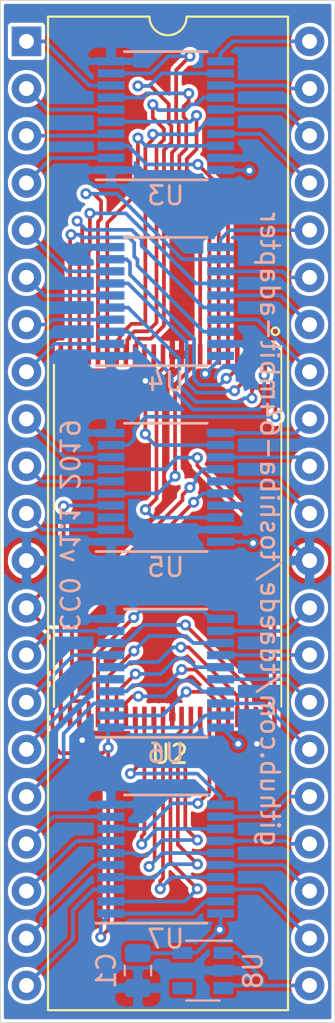
<source format=kicad_pcb>
(kicad_pcb (version 20211014) (generator pcbnew)
  (layers (0 "F.Cu" signal) (31 "B.Cu" signal) (34 "B.Paste" user) (35 "F.Paste" user) (36 "B.SilkS" user "B.Silkscreen") (37 "F.SilkS" user "F.Silkscreen") (38 "B.Mask" user) (39 "F.Mask" user) (44 "Edge.Cuts" user))
  (net 0 "")
  (net 1 "/A19")
  (net 2 "/D11")
  (net 3 "/A8")
  (net 4 "/D3")
  (net 5 "/A9")
  (net 6 "/D10")
  (net 7 "/A10")
  (net 8 "/D2")
  (net 9 "/A11")
  (net 10 "/D9")
  (net 11 "/A12")
  (net 12 "/D1")
  (net 13 "/A13")
  (net 14 "/D8")
  (net 15 "/A14")
  (net 16 "/D0")
  (net 17 "/A15")
  (net 18 "/A21")
  (net 19 "/A16")
  (net 20 "GND")
  (net 21 "/A20")
  (net 22 "/E")
  (net 23 "/A0")
  (net 24 "/D15")
  (net 25 "/A1")
  (net 26 "/D7")
  (net 27 "/A2")
  (net 28 "/D14")
  (net 29 "/A3")
  (net 30 "/D6")
  (net 31 "/A4")
  (net 32 "/D13")
  (net 33 "/A5")
  (net 34 "/D5")
  (net 35 "/A6")
  (net 36 "/D12")
  (net 37 "/A7")
  (net 38 "/D4")
  (net 39 "/A17")
  (net 40 "+5V")
  (net 41 "/A18")
  (net 42 "Net-(U5-Pad3)")
  (net 43 "+3V3")
  (net 44 "Net-(U8-Pad4)")
  (net 45 "/md11")
  (net 46 "/md3")
  (net 47 "/md4")
  (net 48 "/md10")
  (net 49 "/md12")
  (net 50 "/md2")
  (net 51 "/md5")
  (net 52 "/md9")
  (net 53 "/md13")
  (net 54 "/md1")
  (net 55 "/md6")
  (net 56 "/md8")
  (net 57 "/md14")
  (net 58 "/md0")
  (net 59 "/md7")
  (net 60 "/me")
  (net 61 "/md15")
  (net 62 "/ma0")
  (net 63 "/ma16")
  (net 64 "/ma1")
  (net 65 "/ma15")
  (net 66 "/ma2")
  (net 67 "/ma14")
  (net 68 "/ma3")
  (net 69 "/ma13")
  (net 70 "/ma4")
  (net 71 "/ma12")
  (net 72 "/ma5")
  (net 73 "/ma11")
  (net 74 "/ma6")
  (net 75 "/ma10")
  (net 76 "/ma7")
  (net 77 "/ma9")
  (net 78 "/ma17")
  (net 79 "/ma8")
  (net 80 "/ma18")
  (net 81 "/ma19")
  (net 82 "/ma21")
  (net 83 "/ma20")
  (net 84 "Net-(U2-Pad15)")
  (footprint "Package_SO:TSOP-I-48_18.4x12mm_P0.5mm" (layer "F.Cu") (at 118.6 87.6 -90)
    (fp_text reference "U2")
    (fp_text value "W29GL064C")
  )
  (footprint "Package_DIP:DIP-42_W15.24mm" (layer "F.Cu") (at 111 61)
    (fp_text reference "U1" hide)
    (fp_text value "TC5364205")
  )
  (footprint "Package_SO:TSSOP-20_4.4x6.5mm_P0.65mm" (layer "B.Cu") (at 118.5 65)
    (fp_text reference "U3")
    (fp_text value "74HCT244")
  )
  (footprint "Package_SO:TSSOP-20_4.4x6.5mm_P0.65mm" (layer "B.Cu") (at 118.5 75)
    (fp_text reference "U4")
    (fp_text value "74HCT244")
  )
  (footprint "Package_SO:TSSOP-20_4.4x6.5mm_P0.65mm" (layer "B.Cu") (at 118.5 95)
    (fp_text reference "U6")
    (fp_text value "74HCT244")
  )
  (footprint "Package_SO:TSSOP-20_4.4x6.5mm_P0.65mm" (layer "B.Cu") (at 118.5 105)
    (fp_text reference "U7")
    (fp_text value "74HCT244")
  )
  (footprint "Package_TO_SOT_SMD:SOT-23-5" (layer "B.Cu") (at 120.5 111 180)
    (fp_text reference "U8")
    (fp_text value "TPS73633DBV")
  )
  (footprint "Package_SO:TSSOP-20_4.4x6.5mm_P0.65mm" (layer "B.Cu") (at 118.5 85)
    (fp_text reference "U5")
    (fp_text value "74HCT244")
  )
  (footprint "Capacitor_SMD:C_0805_2012Metric" (layer "B.Cu") (at 117 111 90)
    (fp_text reference "C1")
    (fp_text value "0.1uF")
  )
  (gr_circle (center 124.4 76.6) (end 124.6 76.6) (layer "F.SilkS") (width 0.12) (fill none))
  (gr_line (start 109.6 113.8) (end 109.6 58.8) (layer "Edge.Cuts") (width 0.05))
  (gr_line (start 109.6 58.8) (end 127.6 58.8) (layer "Edge.Cuts") (width 0.05))
  (gr_line (start 127.6 113.8) (end 109.6 113.8) (layer "Edge.Cuts") (width 0.05))
  (gr_line (start 127.6 58.8) (end 127.6 113.8) (layer "Edge.Cuts") (width 0.05))
  (gr_text "github.com/tdaede/toshiba-64mbit-adapter" (at 124.1 87.25 270) (layer "B.SilkS") (effects (font (size 1 1)) (justify mirror)))
  (gr_text "CC0 v1.1 2019" (at 113.3 87.05 270) (layer "B.SilkS") (effects (font (size 1 1)) (justify mirror)))
  (segment (start 122.1 61) (end 121.45 61.65) (width 0.2) (layer "B.Cu") (net 1))
  (segment (start 126.24 61) (end 122.1 61) (width 0.2) (layer "B.Cu") (net 1))
  (segment (start 121.45 61.65) (end 121.45 62.075) (width 0.2) (layer "B.Cu") (net 1))
  (segment (start 113.5 109.3) (end 113.5 107.75) (width 0.2) (layer "B.Cu") (net 2))
  (segment (start 114.625 106.625) (end 115.55 106.625) (width 0.2) (layer "B.Cu") (net 2))
  (segment (start 111 111.8) (end 113.5 109.3) (width 0.2) (layer "B.Cu") (net 2))
  (segment (start 113.5 107.75) (end 114.625 106.625) (width 0.2) (layer "B.Cu") (net 2))
  (segment (start 126.24 63.54) (end 125.10863 63.54) (width 0.2) (layer "B.Cu") (net 3))
  (segment (start 124.94363 63.375) (end 122.375 63.375) (width 0.2) (layer "B.Cu") (net 3))
  (segment (start 125.10863 63.54) (end 124.94363 63.375) (width 0.2) (layer "B.Cu") (net 3))
  (segment (start 122.375 63.375) (end 121.45 63.375) (width 0.2) (layer "B.Cu") (net 3))
  (segment (start 111 109.26) (end 111.799999 108.460001) (width 0.2) (layer "B.Cu") (net 4))
  (segment (start 111.799999 108.150001) (end 114.625 105.325) (width 0.2) (layer "B.Cu") (net 4))
  (segment (start 114.625 105.325) (end 115.55 105.325) (width 0.2) (layer "B.Cu") (net 4))
  (segment (start 111.799999 108.460001) (end 111.799999 108.150001) (width 0.2) (layer "B.Cu") (net 4))
  (segment (start 126.24 66.08) (end 124.835 64.675) (width 0.2) (layer "B.Cu") (net 5))
  (segment (start 124.835 64.675) (end 121.45 64.675) (width 0.2) (layer "B.Cu") (net 5))
  (segment (start 111 106.72) (end 113.695 104.025) (width 0.2) (layer "B.Cu") (net 6))
  (segment (start 113.695 104.025) (end 115.55 104.025) (width 0.2) (layer "B.Cu") (net 6))
  (segment (start 123.595 65.975) (end 121.45 65.975) (width 0.2) (layer "B.Cu") (net 7))
  (segment (start 126.24 68.62) (end 123.595 65.975) (width 0.2) (layer "B.Cu") (net 7))
  (segment (start 112.455 102.725) (end 115.55 102.725) (width 0.2) (layer "B.Cu") (net 8))
  (segment (start 111 104.18) (end 112.455 102.725) (width 0.2) (layer "B.Cu") (net 8))
  (segment (start 121.94 71.16) (end 121.45 71.65) (width 0.2) (layer "B.Cu") (net 9))
  (segment (start 121.45 71.65) (end 121.45 72.075) (width 0.2) (layer "B.Cu") (net 9))
  (segment (start 126.24 71.16) (end 121.94 71.16) (width 0.2) (layer "B.Cu") (net 9))
  (segment (start 113 98.25) (end 114.625 96.625) (width 0.2) (layer "B.Cu") (net 10))
  (segment (start 113 99.64) (end 113 98.25) (width 0.2) (layer "B.Cu") (net 10))
  (segment (start 111 101.64) (end 113 99.64) (width 0.2) (layer "B.Cu") (net 10))
  (segment (start 114.625 96.625) (end 115.55 96.625) (width 0.2) (layer "B.Cu") (net 10))
  (segment (start 126.24 73.7) (end 125.10863 73.7) (width 0.2) (layer "B.Cu") (net 11))
  (segment (start 125.10863 73.7) (end 124.78363 73.375) (width 0.2) (layer "B.Cu") (net 11))
  (segment (start 122.375 73.375) (end 121.45 73.375) (width 0.2) (layer "B.Cu") (net 11))
  (segment (start 124.78363 73.375) (end 122.375 73.375) (width 0.2) (layer "B.Cu") (net 11))
  (segment (start 114.625 95.325) (end 115.55 95.325) (width 0.2) (layer "B.Cu") (net 12))
  (segment (start 111 99.1) (end 111 98.95) (width 0.2) (layer "B.Cu") (net 12))
  (segment (start 111 98.95) (end 114.625 95.325) (width 0.2) (layer "B.Cu") (net 12))
  (segment (start 126.24 76.24) (end 124.675 74.675) (width 0.2) (layer "B.Cu") (net 13))
  (segment (start 124.675 74.675) (end 121.45 74.675) (width 0.2) (layer "B.Cu") (net 13))
  (segment (start 113.535 94.025) (end 115.55 94.025) (width 0.2) (layer "B.Cu") (net 14))
  (segment (start 111 96.56) (end 113.535 94.025) (width 0.2) (layer "B.Cu") (net 14))
  (segment (start 126.24 78.78) (end 123.435 75.975) (width 0.2) (layer "B.Cu") (net 15))
  (segment (start 123.435 75.975) (end 121.45 75.975) (width 0.2) (layer "B.Cu") (net 15))
  (segment (start 111 94.02) (end 112.295 92.725) (width 0.2) (layer "B.Cu") (net 16))
  (segment (start 112.295 92.725) (end 115.55 92.725) (width 0.2) (layer "B.Cu") (net 16))
  (segment (start 121.45 82.075) (end 125.485 82.075) (width 0.2) (layer "B.Cu") (net 17))
  (segment (start 125.485 82.075) (end 126.24 81.32) (width 0.2) (layer "B.Cu") (net 17))
  (segment (start 111 86.4) (end 111.875 87.275) (width 0.2) (layer "B.Cu") (net 18))
  (segment (start 111.875 87.275) (end 115.55 87.275) (width 0.2) (layer "B.Cu") (net 18))
  (segment (start 125.755 83.375) (end 126.24 83.86) (width 0.2) (layer "B.Cu") (net 19))
  (segment (start 121.45 83.375) (end 125.755 83.375) (width 0.2) (layer "B.Cu") (net 19))
  (segment (start 123.35 97.35) (end 123.35 98.75) (width 0.2) (layer "F.Cu") (net 20))
  (segment (start 113.85 97.35) (end 113.85 98.45) (width 0.2) (layer "F.Cu") (net 20))
  (segment (start 113.85 98.45) (end 114 98.6) (width 0.2) (layer "F.Cu") (net 20))
  (segment (start 117.85 78.525726) (end 117.39999 78.975736) (width 0.2) (layer "F.Cu") (net 20))
  (segment (start 123.35 98.75) (end 123.4 98.8) (width 0.2) (layer "F.Cu") (net 20))
  (segment (start 117.39999 78.975736) (end 117.39999 79.267999) (width 0.2) (layer "F.Cu") (net 20))
  (segment (start 117.85 77.85) (end 117.85 78.525726) (width 0.2) (layer "F.Cu") (net 20))
  (via (at 123.4 98.8) (size 0.6) (drill 0.3) (layers "F.Cu" "B.Cu") (net 20))
  (via (at 117.39999 79.267999) (size 0.6) (drill 0.3) (layers "F.Cu" "B.Cu") (net 20))
  (via (at 114 98.6) (size 0.6) (drill 0.3) (layers "F.Cu" "B.Cu") (net 20))
  (segment (start 121.45 87.275) (end 124.575 87.275) (width 0.2) (layer "B.Cu") (net 20))
  (segment (start 124.575 87.275) (end 126.24 88.94) (width 0.2) (layer "B.Cu") (net 20))
  (segment (start 124.515 84.675) (end 126.24 86.4) (width 0.2) (layer "B.Cu") (net 21))
  (segment (start 121.45 84.675) (end 124.515 84.675) (width 0.2) (layer "B.Cu") (net 21))
  (segment (start 112.4 92.88) (end 111.799999 92.279999) (width 0.2) (layer "F.Cu") (net 22))
  (segment (start 113 86) (end 113 89.48) (width 0.2) (layer "F.Cu") (net 22))
  (segment (start 113 89.48) (end 111 91.48) (width 0.2) (layer "F.Cu") (net 22))
  (segment (start 111.799999 92.279999) (end 111 91.48) (width 0.2) (layer "F.Cu") (net 22))
  (segment (start 115.4 108.8) (end 115 109.2) (width 0.2) (layer "F.Cu") (net 22))
  (segment (start 112.4 98.871998) (end 112.4 92.88) (width 0.2) (layer "F.Cu") (net 22))
  (segment (start 115.4 99) (end 115.4 108.8) (width 0.2) (layer "F.Cu") (net 22))
  (segment (start 112.828001 99.299999) (end 112.4 98.871998) (width 0.2) (layer "F.Cu") (net 22))
  (segment (start 115.4 99) (end 115.100001 99.299999) (width 0.2) (layer "F.Cu") (net 22))
  (segment (start 115.100001 99.299999) (end 112.828001 99.299999) (width 0.2) (layer "F.Cu") (net 22))
  (via (at 115 109.2) (size 0.6) (drill 0.3) (layers "F.Cu" "B.Cu") (net 22))
  (via (at 113 86) (size 0.6) (drill 0.3) (layers "F.Cu" "B.Cu") (net 22))
  (via (at 115.4 99) (size 0.6) (drill 0.3) (layers "F.Cu" "B.Cu") (net 22))
  (segment (start 119.959998 107.925) (end 120.609998 107.275) (width 0.2) (layer "B.Cu") (net 22))
  (segment (start 115.55 97.925) (end 119.959998 97.925) (width 0.2) (layer "B.Cu") (net 22))
  (segment (start 115.4 99) (end 115.4 98.075) (width 0.2) (layer "B.Cu") (net 22))
  (segment (start 115 109.2) (end 115 108.475) (width 0.2) (layer "B.Cu") (net 22))
  (segment (start 120.609998 97.275) (end 121.45 97.275) (width 0.2) (layer "B.Cu") (net 22))
  (segment (start 119.959998 97.925) (end 120.609998 97.275) (width 0.2) (layer "B.Cu") (net 22))
  (segment (start 120.609998 107.275) (end 121.45 107.275) (width 0.2) (layer "B.Cu") (net 22))
  (segment (start 113.025 85.975) (end 113 86) (width 0.2) (layer "B.Cu") (net 22))
  (segment (start 115.55 107.925) (end 119.959998 107.925) (width 0.2) (layer "B.Cu") (net 22))
  (segment (start 115 108.475) (end 115.55 107.925) (width 0.2) (layer "B.Cu") (net 22))
  (segment (start 115.4 98.075) (end 115.55 97.925) (width 0.2) (layer "B.Cu") (net 22))
  (segment (start 115.55 85.975) (end 113.025 85.975) (width 0.2) (layer "B.Cu") (net 22))
  (segment (start 111 83.86) (end 111.815 84.675) (width 0.2) (layer "B.Cu") (net 23))
  (segment (start 111.815 84.675) (end 115.55 84.675) (width 0.2) (layer "B.Cu") (net 23))
  (segment (start 124.995 92.725) (end 121.45 92.725) (width 0.2) (layer "B.Cu") (net 24))
  (segment (start 126.24 91.48) (end 124.995 92.725) (width 0.2) (layer "B.Cu") (net 24))
  (segment (start 113.055 83.375) (end 115.55 83.375) (width 0.2) (layer "B.Cu") (net 25))
  (segment (start 111 81.32) (end 113.055 83.375) (width 0.2) (layer "B.Cu") (net 25))
  (segment (start 121.455 94.02) (end 121.45 94.025) (width 0.2) (layer "B.Cu") (net 26))
  (segment (start 126.24 94.02) (end 121.455 94.02) (width 0.2) (layer "B.Cu") (net 26))
  (segment (start 112.505 77.275) (end 115.55 77.275) (width 0.2) (layer "B.Cu") (net 27))
  (segment (start 111 78.78) (end 112.505 77.275) (width 0.2) (layer "B.Cu") (net 27))
  (segment (start 125.005 95.325) (end 121.45 95.325) (width 0.2) (layer "B.Cu") (net 28))
  (segment (start 126.24 96.56) (end 125.005 95.325) (width 0.2) (layer "B.Cu") (net 28))
  (segment (start 112.39637 75.975) (end 114.625 75.975) (width 0.2) (layer "B.Cu") (net 29))
  (segment (start 114.625 75.975) (end 115.55 75.975) (width 0.2) (layer "B.Cu") (net 29))
  (segment (start 112.13137 76.24) (end 112.39637 75.975) (width 0.2) (layer "B.Cu") (net 29))
  (segment (start 111 76.24) (end 112.13137 76.24) (width 0.2) (layer "B.Cu") (net 29))
  (segment (start 126.24 99.1) (end 123.765 96.625) (width 0.2) (layer "B.Cu") (net 30))
  (segment (start 123.765 96.625) (end 121.45 96.625) (width 0.2) (layer "B.Cu") (net 30))
  (segment (start 111 73.7) (end 111.975 74.675) (width 0.2) (layer "B.Cu") (net 31))
  (segment (start 111.975 74.675) (end 115.55 74.675) (width 0.2) (layer "B.Cu") (net 31))
  (segment (start 125.10863 101.64) (end 124.02363 102.725) (width 0.2) (layer "B.Cu") (net 32))
  (segment (start 122.375 102.725) (end 121.45 102.725) (width 0.2) (layer "B.Cu") (net 32))
  (segment (start 124.02363 102.725) (end 122.375 102.725) (width 0.2) (layer "B.Cu") (net 32))
  (segment (start 126.24 101.64) (end 125.10863 101.64) (width 0.2) (layer "B.Cu") (net 32))
  (segment (start 113.215 73.375) (end 115.55 73.375) (width 0.2) (layer "B.Cu") (net 33))
  (segment (start 111 71.16) (end 113.215 73.375) (width 0.2) (layer "B.Cu") (net 33))
  (segment (start 124.95363 104.025) (end 122.375 104.025) (width 0.2) (layer "B.Cu") (net 34))
  (segment (start 125.10863 104.18) (end 124.95363 104.025) (width 0.2) (layer "B.Cu") (net 34))
  (segment (start 126.24 104.18) (end 125.10863 104.18) (width 0.2) (layer "B.Cu") (net 34))
  (segment (start 122.375 104.025) (end 121.45 104.025) (width 0.2) (layer "B.Cu") (net 34))
  (segment (start 112.345 67.275) (end 115.55 67.275) (width 0.2) (layer "B.Cu") (net 35))
  (segment (start 111 68.62) (end 112.345 67.275) (width 0.2) (layer "B.Cu") (net 35))
  (segment (start 124.845 105.325) (end 121.45 105.325) (width 0.2) (layer "B.Cu") (net 36))
  (segment (start 126.24 106.72) (end 124.845 105.325) (width 0.2) (layer "B.Cu") (net 36))
  (segment (start 115.445 66.08) (end 115.55 65.975) (width 0.2) (layer "B.Cu") (net 37))
  (segment (start 111 66.08) (end 115.445 66.08) (width 0.2) (layer "B.Cu") (net 37))
  (segment (start 126.24 109.26) (end 123.605 106.625) (width 0.2) (layer "B.Cu") (net 38))
  (segment (start 123.605 106.625) (end 121.45 106.625) (width 0.2) (layer "B.Cu") (net 38))
  (segment (start 111 63.54) (end 112.135 64.675) (width 0.2) (layer "B.Cu") (net 39))
  (segment (start 112.135 64.675) (end 115.55 64.675) (width 0.2) (layer "B.Cu") (net 39))
  (segment (start 123.7 111.8) (end 123.7 111.42) (width 0.2) (layer "B.Cu") (net 40))
  (segment (start 126.24 111.8) (end 123.7 111.8) (width 0.2) (layer "B.Cu") (net 40))
  (segment (start 123.7 111.8) (end 121.75 111.8) (width 0.2) (layer "B.Cu") (net 40))
  (segment (start 121.75 111.8) (end 121.6 111.95) (width 0.2) (layer "B.Cu") (net 40))
  (segment (start 123.7 111.42) (end 122.33 110.05) (width 0.2) (layer "B.Cu") (net 40))
  (segment (start 122.33 110.05) (end 121.6 110.05) (width 0.2) (layer "B.Cu") (net 40))
  (segment (start 114.375 63.375) (end 114.625 63.375) (width 0.2) (layer "B.Cu") (net 41))
  (segment (start 112 61) (end 114.375 63.375) (width 0.2) (layer "B.Cu") (net 41))
  (segment (start 111 61) (end 112 61) (width 0.2) (layer "B.Cu") (net 41))
  (segment (start 114.625 63.375) (end 115.55 63.375) (width 0.2) (layer "B.Cu") (net 41))
  (via (at 123 67.95) (size 0.6) (drill 0.3) (layers "F.Cu" "B.Cu") (net 43))
  (via (at 120.621612 78.889196) (size 0.6) (drill 0.3) (layers "F.Cu" "B.Cu") (net 43))
  (via (at 122.4 98.8) (size 0.6) (drill 0.3) (layers "F.Cu" "B.Cu") (net 43))
  (via (at 121.4 108.8) (size 0.6) (drill 0.3) (layers "F.Cu" "B.Cu") (net 43))
  (via (at 123.2 88) (size 0.6) (drill 0.3) (layers "F.Cu" "B.Cu") (net 43))
  (segment (start 121.525 97.925) (end 122.4 98.8) (width 0.2) (layer "B.Cu") (net 43))
  (segment (start 121.45 67.925) (end 122.975 67.925) (width 0.2) (layer "B.Cu") (net 43))
  (segment (start 121.45 87.925) (end 123.125 87.925) (width 0.2) (layer "B.Cu") (net 43))
  (segment (start 122.975 67.925) (end 123 67.95) (width 0.2) (layer "B.Cu") (net 43))
  (segment (start 121.45 108.75) (end 121.4 108.8) (width 0.2) (layer "B.Cu") (net 43))
  (segment (start 120.13 110.05) (end 121.45 108.73) (width 0.2) (layer "B.Cu") (net 43))
  (segment (start 121.45 108.73) (end 121.45 108.35) (width 0.2) (layer "B.Cu") (net 43))
  (segment (start 119.3875 110.0625) (end 119.4 110.05) (width 0.2) (layer "B.Cu") (net 43))
  (segment (start 121.45 108.73) (end 121.45 108.75) (width 0.2) (layer "B.Cu") (net 43))
  (segment (start 117 110.0625) (end 119.3875 110.0625) (width 0.2) (layer "B.Cu") (net 43))
  (segment (start 121.45 77.925) (end 121.45 78.060808) (width 0.2) (layer "B.Cu") (net 43))
  (segment (start 121.45 78.060808) (end 120.621612 78.889196) (width 0.2) (layer "B.Cu") (net 43))
  (segment (start 119.4 110.05) (end 120.13 110.05) (width 0.2) (layer "B.Cu") (net 43))
  (segment (start 121.45 108.35) (end 121.45 107.925) (width 0.2) (layer "B.Cu") (net 43))
  (segment (start 121.45 97.925) (end 121.525 97.925) (width 0.2) (layer "B.Cu") (net 43))
  (segment (start 123.125 87.925) (end 123.2 88) (width 0.2) (layer "B.Cu") (net 43))
  (segment (start 118.35 106.025736) (end 118.35 98.1) (width 0.2) (layer "F.Cu") (net 45))
  (segment (start 118.2 106.175736) (end 118.35 106.025736) (width 0.2) (layer "F.Cu") (net 45))
  (segment (start 118.35 98.1) (end 118.35 97.35) (width 0.2) (layer "F.Cu") (net 45))
  (segment (start 118.2 106.6) (end 118.2 106.175736) (width 0.2) (layer "F.Cu") (net 45))
  (via (at 118.2 106.6) (size 0.6) (drill 0.3) (layers "F.Cu" "B.Cu") (net 45))
  (segment (start 121.45 105.975) (end 118.825 105.975) (width 0.2) (layer "B.Cu") (net 45))
  (segment (start 118.825 105.975) (end 118.2 106.6) (width 0.2) (layer "B.Cu") (net 45))
  (segment (start 117.899999 105.100001) (end 117.899999 97.399999) (width 0.2) (layer "F.Cu") (net 46))
  (segment (start 117.899999 97.399999) (end 117.85 97.35) (width 0.2) (layer "F.Cu") (net 46))
  (segment (start 117.6 105.4) (end 117.899999 105.100001) (width 0.2) (layer "F.Cu") (net 46))
  (via (at 117.6 105.4) (size 0.6) (drill 0.3) (layers "F.Cu" "B.Cu") (net 46))
  (segment (start 121.45 104.675) (end 118.325 104.675) (width 0.2) (layer "B.Cu") (net 46))
  (segment (start 118.325 104.675) (end 117.6 105.4) (width 0.2) (layer "B.Cu") (net 46))
  (segment (start 119.35 97.35) (end 119.35 98.065002) (width 0.2) (layer "F.Cu") (net 47))
  (segment (start 119.35 98.065002) (end 118.750011 98.664991) (width 0.2) (layer "F.Cu") (net 47))
  (segment (start 118.750011 98.664991) (end 118.750011 105.150011) (width 0.2) (layer "F.Cu") (net 47))
  (segment (start 119.900001 106.300001) (end 120.2 106.6) (width 0.2) (layer "F.Cu") (net 47))
  (segment (start 118.750011 105.150011) (end 119.900001 106.300001) (width 0.2) (layer "F.Cu") (net 47))
  (via (at 120.2 106.6) (size 0.6) (drill 0.3) (layers "F.Cu" "B.Cu") (net 47))
  (segment (start 115.55 107.275) (end 119.525 107.275) (width 0.2) (layer "B.Cu") (net 47))
  (segment (start 119.900001 106.899999) (end 120.2 106.6) (width 0.2) (layer "B.Cu") (net 47))
  (segment (start 119.525 107.275) (end 119.900001 106.899999) (width 0.2) (layer "B.Cu") (net 47))
  (segment (start 117.35 98.1) (end 117.35 97.35) (width 0.2) (layer "F.Cu") (net 48))
  (segment (start 117.2 103.775736) (end 117.35 103.625736) (width 0.2) (layer "F.Cu") (net 48))
  (segment (start 117.2 104.2) (end 117.2 103.775736) (width 0.2) (layer "F.Cu") (net 48))
  (segment (start 117.35 103.625736) (end 117.35 98.1) (width 0.2) (layer "F.Cu") (net 48))
  (via (at 117.2 104.2) (size 0.6) (drill 0.3) (layers "F.Cu" "B.Cu") (net 48))
  (segment (start 121.45 103.375) (end 118.025 103.375) (width 0.2) (layer "B.Cu") (net 48))
  (segment (start 118.025 103.375) (end 117.2 104.2) (width 0.2) (layer "B.Cu") (net 48))
  (segment (start 119.85 98.130702) (end 119.150022 98.83068) (width 0.2) (layer "F.Cu") (net 49))
  (segment (start 119.85 97.35) (end 119.85 98.130702) (width 0.2) (layer "F.Cu") (net 49))
  (segment (start 119.150022 104.225042) (end 119.899991 104.975011) (width 0.2) (layer "F.Cu") (net 49))
  (segment (start 119.899991 104.975011) (end 120.19999 105.27501) (width 0.2) (layer "F.Cu") (net 49))
  (segment (start 119.150022 98.83068) (end 119.150022 104.225042) (width 0.2) (layer "F.Cu") (net 49))
  (via (at 120.19999 105.27501) (size 0.6) (drill 0.3) (layers "F.Cu" "B.Cu") (net 49))
  (segment (start 116.500002 106.000002) (end 117.888002 106.000002) (width 0.2) (layer "B.Cu") (net 49))
  (segment (start 118.612994 105.27501) (end 119.775726 105.27501) (width 0.2) (layer "B.Cu") (net 49))
  (segment (start 119.775726 105.27501) (end 120.19999 105.27501) (width 0.2) (layer "B.Cu") (net 49))
  (segment (start 116.475 105.975) (end 116.500002 106.000002) (width 0.2) (layer "B.Cu") (net 49))
  (segment (start 117.888002 106.000002) (end 118.612994 105.27501) (width 0.2) (layer "B.Cu") (net 49))
  (segment (start 115.55 105.975) (end 116.475 105.975) (width 0.2) (layer "B.Cu") (net 49))
  (segment (start 116.899999 100.100001) (end 116.899999 97.399999) (width 0.2) (layer "F.Cu") (net 50))
  (segment (start 116.899999 97.399999) (end 116.85 97.35) (width 0.2) (layer "F.Cu") (net 50))
  (segment (start 116.6 100.4) (end 116.899999 100.100001) (width 0.2) (layer "F.Cu") (net 50))
  (via (at 116.6 100.4) (size 0.6) (drill 0.3) (layers "F.Cu" "B.Cu") (net 50))
  (segment (start 120.2 100.4) (end 116.6 100.4) (width 0.2) (layer "B.Cu") (net 50))
  (segment (start 121.45 102.075) (end 121.45 101.65) (width 0.2) (layer "B.Cu") (net 50))
  (segment (start 121.45 101.65) (end 120.2 100.4) (width 0.2) (layer "B.Cu") (net 50))
  (segment (start 119.550033 98.996369) (end 119.550033 103.325043) (width 0.2) (layer "F.Cu") (net 51))
  (segment (start 120.35 98.196402) (end 119.550033 98.996369) (width 0.2) (layer "F.Cu") (net 51))
  (segment (start 119.900001 103.675011) (end 120.2 103.97501) (width 0.2) (layer "F.Cu") (net 51))
  (segment (start 119.550033 103.325043) (end 119.900001 103.675011) (width 0.2) (layer "F.Cu") (net 51))
  (segment (start 120.35 97.35) (end 120.35 98.196402) (width 0.2) (layer "F.Cu") (net 51))
  (via (at 120.2 103.97501) (size 0.6) (drill 0.3) (layers "F.Cu" "B.Cu") (net 51))
  (segment (start 119.775736 103.97501) (end 120.2 103.97501) (width 0.2) (layer "B.Cu") (net 51))
  (segment (start 117.488002 104.800002) (end 118.312994 103.97501) (width 0.2) (layer "B.Cu") (net 51))
  (segment (start 115.55 104.675) (end 116.786996 104.675) (width 0.2) (layer "B.Cu") (net 51))
  (segment (start 118.312994 103.97501) (end 119.775736 103.97501) (width 0.2) (layer "B.Cu") (net 51))
  (segment (start 116.911998 104.800002) (end 117.488002 104.800002) (width 0.2) (layer "B.Cu") (net 51))
  (segment (start 116.786996 104.675) (end 116.911998 104.800002) (width 0.2) (layer "B.Cu") (net 51))
  (segment (start 116.710804 96.239196) (end 117.018407 96.239196) (width 0.2) (layer "F.Cu") (net 52))
  (segment (start 116.35 97.35) (end 116.35 96.6) (width 0.2) (layer "F.Cu") (net 52))
  (segment (start 116.35 96.6) (end 116.710804 96.239196) (width 0.2) (layer "F.Cu") (net 52))
  (via (at 117.018407 96.239196) (size 0.6) (drill 0.3) (layers "F.Cu" "B.Cu") (net 52))
  (segment (start 119.888002 95.39997) (end 119.311998 95.39997) (width 0.2) (layer "B.Cu") (net 52))
  (segment (start 118.472772 96.239196) (end 117.442671 96.239196) (width 0.2) (layer "B.Cu") (net 52))
  (segment (start 119.311998 95.39997) (end 118.472772 96.239196) (width 0.2) (layer "B.Cu") (net 52))
  (segment (start 121.45 95.975) (end 120.463032 95.975) (width 0.2) (layer "B.Cu") (net 52))
  (segment (start 120.463032 95.975) (end 119.888002 95.39997) (width 0.2) (layer "B.Cu") (net 52))
  (segment (start 117.442671 96.239196) (end 117.018407 96.239196) (width 0.2) (layer "B.Cu") (net 52))
  (segment (start 120.524965 101.700001) (end 120.224966 102) (width 0.2) (layer "F.Cu") (net 53))
  (segment (start 120.85 97.35) (end 120.85 101.374966) (width 0.2) (layer "F.Cu") (net 53))
  (segment (start 120.85 101.374966) (end 120.524965 101.700001) (width 0.2) (layer "F.Cu") (net 53))
  (via (at 120.224966 102) (size 0.6) (drill 0.3) (layers "F.Cu" "B.Cu") (net 53))
  (segment (start 119.800702 102) (end 120.224966 102) (width 0.2) (layer "B.Cu") (net 53))
  (segment (start 115.55 103.375) (end 117.4593 103.375) (width 0.2) (layer "B.Cu") (net 53))
  (segment (start 118.8343 102) (end 119.800702 102) (width 0.2) (layer "B.Cu") (net 53))
  (segment (start 117.4593 103.375) (end 118.8343 102) (width 0.2) (layer "B.Cu") (net 53))
  (segment (start 115.85 97.35) (end 115.85 96.051622) (width 0.2) (layer "F.Cu") (net 54))
  (segment (start 115.85 96.051622) (end 116.562439 95.339183) (width 0.2) (layer "F.Cu") (net 54))
  (segment (start 116.562439 95.339183) (end 116.862438 95.039184) (width 0.2) (layer "F.Cu") (net 54))
  (via (at 116.862438 95.039184) (size 0.6) (drill 0.3) (layers "F.Cu" "B.Cu") (net 54))
  (segment (start 119.068492 94.199962) (end 118.22927 95.039184) (width 0.2) (layer "B.Cu") (net 54))
  (segment (start 120.119534 94.675) (end 119.644496 94.199962) (width 0.2) (layer "B.Cu") (net 54))
  (segment (start 118.22927 95.039184) (end 117.286702 95.039184) (width 0.2) (layer "B.Cu") (net 54))
  (segment (start 119.644496 94.199962) (end 119.068492 94.199962) (width 0.2) (layer "B.Cu") (net 54))
  (segment (start 121.45 94.675) (end 120.119534 94.675) (width 0.2) (layer "B.Cu") (net 54))
  (segment (start 117.286702 95.039184) (end 116.862438 95.039184) (width 0.2) (layer "B.Cu") (net 54))
  (segment (start 120.024264 96.000034) (end 119.6 96.000034) (width 0.2) (layer "F.Cu") (net 55))
  (segment (start 120.715036 96.000034) (end 120.024264 96.000034) (width 0.2) (layer "F.Cu") (net 55))
  (segment (start 121.35 97.35) (end 121.35 96.634998) (width 0.2) (layer "F.Cu") (net 55))
  (segment (start 121.35 96.634998) (end 120.715036 96.000034) (width 0.2) (layer "F.Cu") (net 55))
  (via (at 119.6 96.000034) (size 0.6) (drill 0.3) (layers "F.Cu" "B.Cu") (net 55))
  (segment (start 119.300001 96.300033) (end 119.6 96.000034) (width 0.2) (layer "B.Cu") (net 55))
  (segment (start 115.55 97.275) (end 118.325034 97.275) (width 0.2) (layer "B.Cu") (net 55))
  (segment (start 118.325034 97.275) (end 119.300001 96.300033) (width 0.2) (layer "B.Cu") (net 55))
  (segment (start 115.35 97.35) (end 115.35 95.238747) (width 0.2) (layer "F.Cu") (net 56))
  (segment (start 115.35 95.238747) (end 116.48877 94.099977) (width 0.2) (layer "F.Cu") (net 56))
  (segment (start 116.48877 94.099977) (end 116.788769 93.799978) (width 0.2) (layer "F.Cu") (net 56))
  (via (at 116.788769 93.799978) (size 0.6) (drill 0.3) (layers "F.Cu" "B.Cu") (net 56))
  (segment (start 117.588797 92.99995) (end 117.088768 93.499979) (width 0.2) (layer "B.Cu") (net 56))
  (segment (start 117.088768 93.499979) (end 116.788769 93.799978) (width 0.2) (layer "B.Cu") (net 56))
  (segment (start 119.599419 92.99995) (end 117.588797 92.99995) (width 0.2) (layer "B.Cu") (net 56))
  (segment (start 119.974469 93.375) (end 119.599419 92.99995) (width 0.2) (layer "B.Cu") (net 56))
  (segment (start 121.45 93.375) (end 119.974469 93.375) (width 0.2) (layer "B.Cu") (net 56))
  (segment (start 120.080666 94.799964) (end 119.780758 94.799964) (width 0.2) (layer "F.Cu") (net 57))
  (segment (start 121.85 96.569298) (end 120.080666 94.799964) (width 0.2) (layer "F.Cu") (net 57))
  (segment (start 121.85 97.35) (end 121.85 96.569298) (width 0.2) (layer "F.Cu") (net 57))
  (segment (start 119.780758 94.799964) (end 119.356494 94.799964) (width 0.2) (layer "F.Cu") (net 57))
  (via (at 119.356494 94.799964) (size 0.6) (drill 0.3) (layers "F.Cu" "B.Cu") (net 57))
  (segment (start 118.507086 95.639186) (end 119.346308 94.799964) (width 0.2) (layer "B.Cu") (net 57))
  (segment (start 116.725816 95.639186) (end 118.507086 95.639186) (width 0.2) (layer "B.Cu") (net 57))
  (segment (start 115.55 95.975) (end 116.390002 95.975) (width 0.2) (layer "B.Cu") (net 57))
  (segment (start 119.346308 94.799964) (end 119.356494 94.799964) (width 0.2) (layer "B.Cu") (net 57))
  (segment (start 116.390002 95.975) (end 116.725816 95.639186) (width 0.2) (layer "B.Cu") (net 57))
  (segment (start 114.85 97.35) (end 114.85 93.925519) (width 0.2) (layer "F.Cu") (net 58))
  (segment (start 116.47501 92.300509) (end 116.775009 92.00051) (width 0.2) (layer "F.Cu") (net 58))
  (segment (start 114.85 93.925519) (end 116.47501 92.300509) (width 0.2) (layer "F.Cu") (net 58))
  (via (at 116.775009 92.00051) (size 0.6) (drill 0.3) (layers "F.Cu" "B.Cu") (net 58))
  (segment (start 120.95 92.075) (end 120.525 91.65) (width 0.2) (layer "B.Cu") (net 58))
  (segment (start 121.45 92.075) (end 120.95 92.075) (width 0.2) (layer "B.Cu") (net 58))
  (segment (start 117.075008 91.700511) (end 116.775009 92.00051) (width 0.2) (layer "B.Cu") (net 58))
  (segment (start 117.125519 91.65) (end 117.075008 91.700511) (width 0.2) (layer "B.Cu") (net 58))
  (segment (start 120.525 91.65) (end 117.125519 91.65) (width 0.2) (layer "B.Cu") (net 58))
  (segment (start 122.35 96.214271) (end 119.735681 93.599952) (width 0.2) (layer "F.Cu") (net 59))
  (segment (start 122.35 97.35) (end 122.35 96.214271) (width 0.2) (layer "F.Cu") (net 59))
  (segment (start 119.735681 93.599952) (end 119.311417 93.599952) (width 0.2) (layer "F.Cu") (net 59))
  (via (at 119.311417 93.599952) (size 0.6) (drill 0.3) (layers "F.Cu" "B.Cu") (net 59))
  (segment (start 118.887153 93.599952) (end 119.311417 93.599952) (width 0.2) (layer "B.Cu") (net 59))
  (segment (start 116.29998 94.675) (end 116.575001 94.399979) (width 0.2) (layer "B.Cu") (net 59))
  (segment (start 118.087126 94.399979) (end 118.887153 93.599952) (width 0.2) (layer "B.Cu") (net 59))
  (segment (start 116.575001 94.399979) (end 118.087126 94.399979) (width 0.2) (layer "B.Cu") (net 59))
  (segment (start 115.55 94.675) (end 116.29998 94.675) (width 0.2) (layer "B.Cu") (net 59))
  (segment (start 113.450001 96.499999) (end 113.450001 92.349999) (width 0.2) (layer "F.Cu") (net 60))
  (segment (start 113.35 96.6) (end 113.450001 96.499999) (width 0.2) (layer "F.Cu") (net 60))
  (segment (start 113.450001 96.499999) (end 114.249999 96.499999) (width 0.2) (layer "F.Cu") (net 60))
  (segment (start 113.35 97.35) (end 113.35 96.6) (width 0.2) (layer "F.Cu") (net 60))
  (segment (start 114.35 96.6) (end 114.35 97.35) (width 0.2) (layer "F.Cu") (net 60))
  (segment (start 114.249999 96.499999) (end 114.35 96.6) (width 0.2) (layer "F.Cu") (net 60))
  (segment (start 113.450001 92.349999) (end 120 85.8) (width 0.2) (layer "F.Cu") (net 60))
  (via (at 120 85.8) (size 0.6) (drill 0.3) (layers "F.Cu" "B.Cu") (net 60))
  (segment (start 120.475 85.325) (end 121.45 85.325) (width 0.2) (layer "B.Cu") (net 60))
  (segment (start 120 85.8) (end 120.475 85.325) (width 0.2) (layer "B.Cu") (net 60))
  (segment (start 122.85 97.35) (end 122.85 95.68995) (width 0.2) (layer "F.Cu") (net 61))
  (segment (start 119.859989 92.699939) (end 119.55999 92.39994) (width 0.2) (layer "F.Cu") (net 61))
  (segment (start 122.85 95.68995) (end 119.859989 92.699939) (width 0.2) (layer "F.Cu") (net 61))
  (via (at 119.55999 92.39994) (size 0.6) (drill 0.3) (layers "F.Cu" "B.Cu") (net 61))
  (segment (start 115.55 93.375) (end 116.325743 93.375) (width 0.2) (layer "B.Cu") (net 61))
  (segment (start 117.300803 92.39994) (end 119.135726 92.39994) (width 0.2) (layer "B.Cu") (net 61))
  (segment (start 116.325743 93.375) (end 117.300803 92.39994) (width 0.2) (layer "B.Cu") (net 61))
  (segment (start 119.135726 92.39994) (end 119.55999 92.39994) (width 0.2) (layer "B.Cu") (net 61))
  (segment (start 112.85 97.35) (end 112.85 92.238004) (width 0.2) (layer "F.Cu") (net 62))
  (segment (start 119.399998 85.400002) (end 119.500001 85.299999) (width 0.2) (layer "F.Cu") (net 62))
  (segment (start 112.85 92.238004) (end 119.399998 85.688006) (width 0.2) (layer "F.Cu") (net 62))
  (segment (start 119.399998 85.688006) (end 119.399998 85.400002) (width 0.2) (layer "F.Cu") (net 62))
  (segment (start 119.500001 85.299999) (end 119.8 85) (width 0.2) (layer "F.Cu") (net 62))
  (via (at 119.8 85) (size 0.6) (drill 0.3) (layers "F.Cu" "B.Cu") (net 62))
  (segment (start 120.099999 84.700001) (end 120.099999 84.450001) (width 0.2) (layer "B.Cu") (net 62))
  (segment (start 120.099999 84.450001) (end 120.525 84.025) (width 0.2) (layer "B.Cu") (net 62))
  (segment (start 120.525 84.025) (end 121.45 84.025) (width 0.2) (layer "B.Cu") (net 62))
  (segment (start 119.8 85) (end 120.099999 84.700001) (width 0.2) (layer "B.Cu") (net 62))
  (segment (start 124.35 96.6) (end 124.35 97.35) (width 0.2) (layer "F.Cu") (net 63))
  (segment (start 124.35 87.974264) (end 124.35 96.6) (width 0.2) (layer "F.Cu") (net 63))
  (segment (start 120.2 83.4) (end 120.2 83.824264) (width 0.2) (layer "F.Cu") (net 63))
  (segment (start 120.2 83.824264) (end 124.35 87.974264) (width 0.2) (layer "F.Cu") (net 63))
  (via (at 120.2 83.4) (size 0.6) (drill 0.3) (layers "F.Cu" "B.Cu") (net 63))
  (segment (start 115.55 84.025) (end 118.486996 84.025) (width 0.2) (layer "B.Cu") (net 63))
  (segment (start 119.775736 83.4) (end 120.2 83.4) (width 0.2) (layer "B.Cu") (net 63))
  (segment (start 118.486996 84.025) (end 119.111996 83.4) (width 0.2) (layer "B.Cu") (net 63))
  (segment (start 119.111996 83.4) (end 119.775736 83.4) (width 0.2) (layer "B.Cu") (net 63))
  (segment (start 112.984999 78.700001) (end 115.834835 78.700001) (width 0.2) (layer "F.Cu") (net 64))
  (segment (start 117.4 80.265166) (end 117.4 81.8) (width 0.2) (layer "F.Cu") (net 64))
  (segment (start 115.834835 78.700001) (end 117.4 80.265166) (width 0.2) (layer "F.Cu") (net 64))
  (segment (start 112.924999 77.85) (end 112.924999 78.640001) (width 0.2) (layer "F.Cu") (net 64))
  (segment (start 117.4 81.8) (end 117.4 82.12499) (width 0.2) (layer "F.Cu") (net 64))
  (segment (start 112.85 77.85) (end 112.924999 77.85) (width 0.2) (layer "F.Cu") (net 64))
  (segment (start 112.924999 78.640001) (end 112.984999 78.700001) (width 0.2) (layer "F.Cu") (net 64))
  (via (at 117.4 82.12499) (size 0.6) (drill 0.3) (layers "F.Cu" "B.Cu") (net 64))
  (segment (start 121.45 82.725) (end 117.925 82.725) (width 0.2) (layer "B.Cu") (net 64))
  (segment (start 117.4 82.2) (end 117.4 82.12499) (width 0.2) (layer "B.Cu") (net 64))
  (segment (start 117.925 82.725) (end 117.4 82.2) (width 0.2) (layer "B.Cu") (net 64))
  (segment (start 124.4 81.2) (end 124.4 77.9) (width 0.2) (layer "F.Cu") (net 65))
  (segment (start 124.4 77.9) (end 124.35 77.85) (width 0.2) (layer "F.Cu") (net 65))
  (via (at 124.4 81.2) (size 0.6) (drill 0.3) (layers "F.Cu" "B.Cu") (net 65))
  (segment (start 116.799999 82.412991) (end 116.799999 81.836989) (width 0.2) (layer "B.Cu") (net 65))
  (segment (start 115.55 82.725) (end 116.475 82.725) (width 0.2) (layer "B.Cu") (net 65))
  (segment (start 117.436988 81.2) (end 124.4 81.2) (width 0.2) (layer "B.Cu") (net 65))
  (segment (start 116.799999 81.836989) (end 117.436988 81.2) (width 0.2) (layer "B.Cu") (net 65))
  (segment (start 116.475 82.725) (end 116.787009 82.412991) (width 0.2) (layer "B.Cu") (net 65))
  (segment (start 116.787009 82.412991) (end 116.799999 82.412991) (width 0.2) (layer "B.Cu") (net 65))
  (segment (start 113.35 77.85) (end 113.35 71.45) (width 0.2) (layer "F.Cu") (net 66))
  (segment (start 113.35 71.45) (end 113.4 71.4) (width 0.2) (layer "F.Cu") (net 66))
  (via (at 113.4 71.4) (size 0.6) (drill 0.3) (layers "F.Cu" "B.Cu") (net 66))
  (segment (start 116.8 71.834998) (end 116.515001 71.549999) (width 0.2) (layer "B.Cu") (net 66))
  (segment (start 120.525 76.625) (end 116.975012 73.075012) (width 0.2) (layer "B.Cu") (net 66))
  (segment (start 113.824264 71.4) (end 113.4 71.4) (width 0.2) (layer "B.Cu") (net 66))
  (segment (start 116.515001 71.549999) (end 113.974263 71.549999) (width 0.2) (layer "B.Cu") (net 66))
  (segment (start 113.974263 71.549999) (end 113.824264 71.4) (width 0.2) (layer "B.Cu") (net 66))
  (segment (start 116.975012 72.74431) (end 116.8 72.569298) (width 0.2) (layer "B.Cu") (net 66))
  (segment (start 116.975012 73.075012) (end 116.975012 72.74431) (width 0.2) (layer "B.Cu") (net 66))
  (segment (start 116.8 72.569298) (end 116.8 71.834998) (width 0.2) (layer "B.Cu") (net 66))
  (segment (start 121.45 76.625) (end 120.525 76.625) (width 0.2) (layer "B.Cu") (net 66))
  (segment (start 123.85 78.920968) (end 123.79999 78.970978) (width 0.2) (layer "F.Cu") (net 67))
  (segment (start 123.85 77.85) (end 123.85 78.920968) (width 0.2) (layer "F.Cu") (net 67))
  (via (at 123.79999 78.970978) (size 0.6) (drill 0.3) (layers "F.Cu" "B.Cu") (net 67))
  (segment (start 116.475 76.625) (end 118.821577 78.971577) (width 0.2) (layer "B.Cu") (net 67))
  (segment (start 123.79999 79.395242) (end 123.79999 78.970978) (width 0.2) (layer "B.Cu") (net 67))
  (segment (start 123.537614 80.8) (end 123.79999 80.537624) (width 0.2) (layer "B.Cu") (net 67))
  (segment (start 118.821577 78.971577) (end 118.821577 79.674265) (width 0.2) (layer "B.Cu") (net 67))
  (segment (start 115.55 76.625) (end 116.475 76.625) (width 0.2) (layer "B.Cu") (net 67))
  (segment (start 119.947312 80.8) (end 123.537614 80.8) (width 0.2) (layer "B.Cu") (net 67))
  (segment (start 123.79999 80.537624) (end 123.79999 79.395242) (width 0.2) (layer "B.Cu") (net 67))
  (segment (start 118.821577 79.674265) (end 119.947312 80.8) (width 0.2) (layer "B.Cu") (net 67))
  (segment (start 114.000001 70.941291) (end 113.729873 70.671163) (width 0.2) (layer "F.Cu") (net 68))
  (segment (start 114.000001 72.088001) (end 114.000001 70.941291) (width 0.2) (layer "F.Cu") (net 68))
  (segment (start 113.85 77.85) (end 113.85 72.238002) (width 0.2) (layer "F.Cu") (net 68))
  (segment (start 113.85 72.238002) (end 114.000001 72.088001) (width 0.2) (layer "F.Cu") (net 68))
  (via (at 113.729873 70.671163) (size 0.6) (drill 0.3) (layers "F.Cu" "B.Cu") (net 68))
  (segment (start 114.029872 70.971162) (end 113.729873 70.671163) (width 0.2) (layer "B.Cu") (net 68))
  (segment (start 117.200011 71.669309) (end 116.671743 71.141041) (width 0.2) (layer "B.Cu") (net 68))
  (segment (start 114.199751 71.141041) (end 114.029872 70.971162) (width 0.2) (layer "B.Cu") (net 68))
  (segment (start 116.671743 71.141041) (end 114.199751 71.141041) (width 0.2) (layer "B.Cu") (net 68))
  (segment (start 121.45 75.325) (end 120.525 75.325) (width 0.2) (layer "B.Cu") (net 68))
  (segment (start 120.525 75.325) (end 117.200011 72.000011) (width 0.2) (layer "B.Cu") (net 68))
  (segment (start 117.200011 72.000011) (end 117.200011 71.669309) (width 0.2) (layer "B.Cu") (net 68))
  (segment (start 123.35 77.85) (end 123.35 78.532966) (width 0.2) (layer "F.Cu") (net 69))
  (segment (start 123.199989 79.711702) (end 123.135965 79.775726) (width 0.2) (layer "F.Cu") (net 69))
  (segment (start 123.135965 79.775726) (end 123.135965 80.19999) (width 0.2) (layer "F.Cu") (net 69))
  (segment (start 123.199989 78.682977) (end 123.199989 79.711702) (width 0.2) (layer "F.Cu") (net 69))
  (segment (start 123.35 78.532966) (end 123.199989 78.682977) (width 0.2) (layer "F.Cu") (net 69))
  (via (at 123.135965 80.19999) (size 0.6) (drill 0.3) (layers "F.Cu" "B.Cu") (net 69))
  (segment (start 119.221588 79.508576) (end 120.113001 80.399989) (width 0.2) (layer "B.Cu") (net 69))
  (segment (start 120.113001 80.399989) (end 122.511702 80.399989) (width 0.2) (layer "B.Cu") (net 69))
  (segment (start 122.511702 80.399989) (end 122.711701 80.19999) (width 0.2) (layer "B.Cu") (net 69))
  (segment (start 116.475 75.325) (end 119.221588 78.071588) (width 0.2) (layer "B.Cu") (net 69))
  (segment (start 119.221588 78.071588) (end 119.221588 79.508576) (width 0.2) (layer "B.Cu") (net 69))
  (segment (start 122.711701 80.19999) (end 123.135965 80.19999) (width 0.2) (layer "B.Cu") (net 69))
  (segment (start 115.55 75.325) (end 116.475 75.325) (width 0.2) (layer "B.Cu") (net 69))
  (segment (start 114.35 72.303702) (end 114.413258 72.240444) (width 0.2) (layer "F.Cu") (net 70))
  (segment (start 114.413258 70.67949) (end 114.413258 70.255226) (width 0.2) (layer "F.Cu") (net 70))
  (segment (start 114.35 77.85) (end 114.35 72.303702) (width 0.2) (layer "F.Cu") (net 70))
  (segment (start 114.413258 72.240444) (end 114.413258 70.67949) (width 0.2) (layer "F.Cu") (net 70))
  (via (at 114.413258 70.255226) (size 0.6) (drill 0.3) (layers "F.Cu" "B.Cu") (net 70))
  (segment (start 120.121402 74.025) (end 116.351628 70.255226) (width 0.2) (layer "B.Cu") (net 70))
  (segment (start 116.351628 70.255226) (end 114.837522 70.255226) (width 0.2) (layer "B.Cu") (net 70))
  (segment (start 121.45 74.025) (end 120.121402 74.025) (width 0.2) (layer "B.Cu") (net 70))
  (segment (start 114.837522 70.255226) (end 114.413258 70.255226) (width 0.2) (layer "B.Cu") (net 70))
  (segment (start 122.799978 79.200001) (end 122.499999 79.49998) (width 0.2) (layer "F.Cu") (net 71))
  (segment (start 122.799978 77.900022) (end 122.799978 79.200001) (width 0.2) (layer "F.Cu") (net 71))
  (segment (start 122.499999 79.49998) (end 122.2 79.799979) (width 0.2) (layer "F.Cu") (net 71))
  (segment (start 122.85 77.85) (end 122.799978 77.900022) (width 0.2) (layer "F.Cu") (net 71))
  (via (at 122.2 79.799979) (size 0.6) (drill 0.3) (layers "F.Cu" "B.Cu") (net 71))
  (segment (start 121.6757 79.900015) (end 121.775736 79.799979) (width 0.2) (layer "B.Cu") (net 71))
  (segment (start 121.775736 79.799979) (end 122.2 79.799979) (width 0.2) (layer "B.Cu") (net 71))
  (segment (start 119.621599 79.342887) (end 120.178727 79.900015) (width 0.2) (layer "B.Cu") (net 71))
  (segment (start 119.621599 77.171599) (end 119.621599 79.342887) (width 0.2) (layer "B.Cu") (net 71))
  (segment (start 116.475 74.025) (end 119.621599 77.171599) (width 0.2) (layer "B.Cu") (net 71))
  (segment (start 120.178727 79.900015) (end 121.6757 79.900015) (width 0.2) (layer "B.Cu") (net 71))
  (segment (start 115.55 74.025) (end 116.475 74.025) (width 0.2) (layer "B.Cu") (net 71))
  (segment (start 115.01326 69.588996) (end 114.624264 69.2) (width 0.2) (layer "F.Cu") (net 72))
  (segment (start 115.01326 70.543228) (end 115.01326 69.588996) (width 0.2) (layer "F.Cu") (net 72))
  (segment (start 114.624264 69.2) (end 114.2 69.2) (width 0.2) (layer "F.Cu") (net 72))
  (segment (start 114.85 70.706488) (end 115.01326 70.543228) (width 0.2) (layer "F.Cu") (net 72))
  (segment (start 114.85 77.85) (end 114.85 70.706488) (width 0.2) (layer "F.Cu") (net 72))
  (via (at 114.2 69.2) (size 0.6) (drill 0.3) (layers "F.Cu" "B.Cu") (net 72))
  (segment (start 114.624264 69.2) (end 114.2 69.2) (width 0.2) (layer "B.Cu") (net 72))
  (segment (start 121.45 72.725) (end 119.387102 72.725) (width 0.2) (layer "B.Cu") (net 72))
  (segment (start 119.387102 72.725) (end 115.862102 69.2) (width 0.2) (layer "B.Cu") (net 72))
  (segment (start 115.862102 69.2) (end 114.624264 69.2) (width 0.2) (layer "B.Cu") (net 72))
  (segment (start 122.35 77.85) (end 122.35 78.6) (width 0.2) (layer "F.Cu") (net 73))
  (segment (start 121.815664 79.134336) (end 121.756222 79.134336) (width 0.2) (layer "F.Cu") (net 73))
  (segment (start 122.35 78.6) (end 121.815664 79.134336) (width 0.2) (layer "F.Cu") (net 73))
  (via (at 121.756222 79.134336) (size 0.6) (drill 0.3) (layers "F.Cu" "B.Cu") (net 73))
  (segment (start 121.456223 79.434335) (end 121.756222 79.134336) (width 0.2) (layer "B.Cu") (net 73))
  (segment (start 115.55 72.725) (end 116.390002 72.725) (width 0.2) (layer "B.Cu") (net 73))
  (segment (start 116.390002 72.725) (end 116.575001 72.909999) (width 0.2) (layer "B.Cu") (net 73))
  (segment (start 116.575001 72.909999) (end 116.575001 73.559302) (width 0.2) (layer "B.Cu") (net 73))
  (segment (start 120.02161 77.005911) (end 120.02161 79.177198) (width 0.2) (layer "B.Cu") (net 73))
  (segment (start 116.575001 73.559302) (end 120.02161 77.005911) (width 0.2) (layer "B.Cu") (net 73))
  (segment (start 120.02161 79.177198) (end 120.33361 79.489198) (width 0.2) (layer "B.Cu") (net 73))
  (segment (start 121.40136 79.489198) (end 121.456223 79.434335) (width 0.2) (layer "B.Cu") (net 73))
  (segment (start 120.33361 79.489198) (end 121.40136 79.489198) (width 0.2) (layer "B.Cu") (net 73))
  (segment (start 117 69.122188) (end 115.35 70.772188) (width 0.2) (layer "F.Cu") (net 74))
  (segment (start 115.35 70.772188) (end 115.35 77.1) (width 0.2) (layer "F.Cu") (net 74))
  (segment (start 117 66.2) (end 117 69.122188) (width 0.2) (layer "F.Cu") (net 74))
  (segment (start 115.35 77.1) (end 115.35 77.85) (width 0.2) (layer "F.Cu") (net 74))
  (via (at 117 66.2) (size 0.6) (drill 0.3) (layers "F.Cu" "B.Cu") (net 74))
  (segment (start 121.45 66.625) (end 117.425 66.625) (width 0.2) (layer "B.Cu") (net 74))
  (segment (start 117.425 66.625) (end 117 66.2) (width 0.2) (layer "B.Cu") (net 74))
  (segment (start 120.531064 67.922283) (end 120.231065 67.622284) (width 0.2) (layer "F.Cu") (net 75))
  (segment (start 121.85 69.241219) (end 120.531064 67.922283) (width 0.2) (layer "F.Cu") (net 75))
  (segment (start 121.85 77.85) (end 121.85 69.241219) (width 0.2) (layer "F.Cu") (net 75))
  (via (at 120.231065 67.622284) (size 0.6) (drill 0.3) (layers "F.Cu" "B.Cu") (net 75))
  (segment (start 116.475 66.625) (end 117.472284 67.622284) (width 0.2) (layer "B.Cu") (net 75))
  (segment (start 117.472284 67.622284) (end 119.806801 67.622284) (width 0.2) (layer "B.Cu") (net 75))
  (segment (start 119.806801 67.622284) (end 120.231065 67.622284) (width 0.2) (layer "B.Cu") (net 75))
  (segment (start 115.55 66.625) (end 116.475 66.625) (width 0.2) (layer "B.Cu") (net 75))
  (segment (start 116.124979 76.79432) (end 116.124979 76.728621) (width 0.2) (layer "F.Cu") (net 76))
  (segment (start 116.124979 76.728621) (end 116.653621 76.199979) (width 0.2) (layer "F.Cu") (net 76))
  (segment (start 117.368625 76.199979) (end 117.4 76.168604) (width 0.2) (layer "F.Cu") (net 76))
  (segment (start 117.4 66.688002) (end 117.799996 66.288006) (width 0.2) (layer "F.Cu") (net 76))
  (segment (start 115.924999 77.775001) (end 115.924999 77.059999) (width 0.2) (layer "F.Cu") (net 76))
  (segment (start 117.4 76.168604) (end 117.4 66.688002) (width 0.2) (layer "F.Cu") (net 76))
  (segment (start 116.653621 76.199979) (end 117.368625 76.199979) (width 0.2) (layer "F.Cu") (net 76))
  (segment (start 115.85 77.85) (end 115.924999 77.775001) (width 0.2) (layer "F.Cu") (net 76))
  (segment (start 115.924999 77.059999) (end 115.984999 76.999999) (width 0.2) (layer "F.Cu") (net 76))
  (segment (start 116.024989 76.999999) (end 116.024989 76.89431) (width 0.2) (layer "F.Cu") (net 76))
  (segment (start 115.984999 76.999999) (end 116.024989 76.999999) (width 0.2) (layer "F.Cu") (net 76))
  (segment (start 117.799996 66.288006) (end 117.799996 66) (width 0.2) (layer "F.Cu") (net 76))
  (segment (start 116.024989 76.89431) (end 116.124979 76.79432) (width 0.2) (layer "F.Cu") (net 76))
  (via (at 117.799996 66) (size 0.6) (drill 0.3) (layers "F.Cu" "B.Cu") (net 76))
  (segment (start 121.45 65.325) (end 120.711545 65.325) (width 0.2) (layer "B.Cu") (net 76))
  (segment (start 120.036545 66) (end 118.22426 66) (width 0.2) (layer "B.Cu") (net 76))
  (segment (start 120.711545 65.325) (end 120.036545 66) (width 0.2) (layer "B.Cu") (net 76))
  (segment (start 118.22426 66) (end 117.799996 66) (width 0.2) (layer "B.Cu") (net 76))
  (segment (start 120.155879 66.809466) (end 120.155879 65.413251) (width 0.2) (layer "F.Cu") (net 77))
  (segment (start 121.35 77.85) (end 121.35 69.629223) (width 0.2) (layer "F.Cu") (net 77))
  (segment (start 120.155879 65.413251) (end 120.155879 64.988987) (width 0.2) (layer "F.Cu") (net 77))
  (segment (start 119.631063 67.334282) (end 120.155879 66.809466) (width 0.2) (layer "F.Cu") (net 77))
  (segment (start 119.631063 67.910286) (end 119.631063 67.334282) (width 0.2) (layer "F.Cu") (net 77))
  (segment (start 121.35 69.629223) (end 119.631063 67.910286) (width 0.2) (layer "F.Cu") (net 77))
  (via (at 120.155879 64.988987) (size 0.6) (drill 0.3) (layers "F.Cu" "B.Cu") (net 77))
  (segment (start 115.55 65.325) (end 119.819866 65.325) (width 0.2) (layer "B.Cu") (net 77))
  (segment (start 119.85588 65.288986) (end 120.155879 64.988987) (width 0.2) (layer "B.Cu") (net 77))
  (segment (start 119.819866 65.325) (end 119.85588 65.288986) (width 0.2) (layer "B.Cu") (net 77))
  (segment (start 118.400006 65.711998) (end 117.8 65.111992) (width 0.2) (layer "F.Cu") (net 78))
  (segment (start 118.400006 66.288002) (end 118.400006 65.711998) (width 0.2) (layer "F.Cu") (net 78))
  (segment (start 116.35 77.85) (end 116.424999 77.775001) (width 0.2) (layer "F.Cu") (net 78))
  (segment (start 118 66.688008) (end 118.400006 66.288002) (width 0.2) (layer "F.Cu") (net 78))
  (segment (start 117.8 64.824264) (end 117.8 64.4) (width 0.2) (layer "F.Cu") (net 78))
  (segment (start 117.8 65.111992) (end 117.8 64.824264) (width 0.2) (layer "F.Cu") (net 78))
  (segment (start 116.484999 76.999999) (end 116.524989 76.999999) (width 0.2) (layer "F.Cu") (net 78))
  (segment (start 116.81931 76.599989) (end 117.534313 76.599989) (width 0.2) (layer "F.Cu") (net 78))
  (segment (start 116.424999 77.775001) (end 116.424999 77.059999) (width 0.2) (layer "F.Cu") (net 78))
  (segment (start 117.534313 76.599989) (end 118 76.134302) (width 0.2) (layer "F.Cu") (net 78))
  (segment (start 116.424999 77.059999) (end 116.484999 76.999999) (width 0.2) (layer "F.Cu") (net 78))
  (segment (start 116.524989 76.89431) (end 116.81931 76.599989) (width 0.2) (layer "F.Cu") (net 78))
  (segment (start 116.524989 76.999999) (end 116.524989 76.89431) (width 0.2) (layer "F.Cu") (net 78))
  (segment (start 118 76.134302) (end 118 66.688008) (width 0.2) (layer "F.Cu") (net 78))
  (via (at 117.8 64.4) (size 0.6) (drill 0.3) (layers "F.Cu" "B.Cu") (net 78))
  (segment (start 120.161014 64.388986) (end 119.867878 64.388986) (width 0.2) (layer "B.Cu") (net 78))
  (segment (start 119.556865 64.699999) (end 118.099999 64.699999) (width 0.2) (layer "B.Cu") (net 78))
  (segment (start 121.45 64.025) (end 120.525 64.025) (width 0.2) (layer "B.Cu") (net 78))
  (segment (start 120.525 64.025) (end 120.161014 64.388986) (width 0.2) (layer "B.Cu") (net 78))
  (segment (start 118.099999 64.699999) (end 117.8 64.4) (width 0.2) (layer "B.Cu") (net 78))
  (segment (start 119.867878 64.388986) (end 119.556865 64.699999) (width 0.2) (layer "B.Cu") (net 78))
  (segment (start 119.73591 64.227932) (end 119.73591 63.803668) (width 0.2) (layer "F.Cu") (net 79))
  (segment (start 119.457459 65.072354) (end 119.457459 64.506383) (width 0.2) (layer "F.Cu") (net 79))
  (segment (start 119.600036 66.785069) (end 119.600036 65.214931) (width 0.2) (layer "F.Cu") (net 79))
  (segment (start 119.600036 65.214931) (end 119.457459 65.072354) (width 0.2) (layer "F.Cu") (net 79))
  (segment (start 119.231052 67.154052) (end 119.600036 66.785069) (width 0.2) (layer "F.Cu") (net 79))
  (segment (start 120.85 69.694923) (end 119.231052 68.075975) (width 0.2) (layer "F.Cu") (net 79))
  (segment (start 119.457459 64.506383) (end 119.73591 64.227932) (width 0.2) (layer "F.Cu") (net 79))
  (segment (start 120.85 77.85) (end 120.85 69.694923) (width 0.2) (layer "F.Cu") (net 79))
  (segment (start 119.231052 68.075975) (end 119.231052 67.154052) (width 0.2) (layer "F.Cu") (net 79))
  (via (at 119.73591 63.803668) (size 0.6) (drill 0.3) (layers "F.Cu" "B.Cu") (net 79))
  (segment (start 115.55 64.025) (end 117.286996 64.025) (width 0.2) (layer "B.Cu") (net 79))
  (segment (start 119.311646 63.803668) (end 119.73591 63.803668) (width 0.2) (layer "B.Cu") (net 79))
  (segment (start 117.286996 64.025) (end 117.511998 63.799998) (width 0.2) (layer "B.Cu") (net 79))
  (segment (start 119.307976 63.799998) (end 119.311646 63.803668) (width 0.2) (layer "B.Cu") (net 79))
  (segment (start 117.511998 63.799998) (end 119.307976 63.799998) (width 0.2) (layer "B.Cu") (net 79))
  (segment (start 116.924999 77.775001) (end 116.924999 77.059999) (width 0.2) (layer "F.Cu") (net 80))
  (segment (start 118.800014 66.453691) (end 118.800014 65.546309) (width 0.2) (layer "F.Cu") (net 80))
  (segment (start 118.657437 65.403732) (end 118.657437 64.369435) (width 0.2) (layer "F.Cu") (net 80))
  (segment (start 118.4 66.853705) (end 118.800014 66.453691) (width 0.2) (layer "F.Cu") (net 80))
  (segment (start 116.984999 76.999999) (end 117.700001 76.999999) (width 0.2) (layer "F.Cu") (net 80))
  (segment (start 118.4 76.3) (end 118.4 66.853705) (width 0.2) (layer "F.Cu") (net 80))
  (segment (start 116.924999 77.059999) (end 116.984999 76.999999) (width 0.2) (layer "F.Cu") (net 80))
  (segment (start 118.800014 65.546309) (end 118.657437 65.403732) (width 0.2) (layer "F.Cu") (net 80))
  (segment (start 117.424264 63.4) (end 117 63.4) (width 0.2) (layer "F.Cu") (net 80))
  (segment (start 118.657437 64.369435) (end 117.688002 63.4) (width 0.2) (layer "F.Cu") (net 80))
  (segment (start 117.688002 63.4) (end 117.424264 63.4) (width 0.2) (layer "F.Cu") (net 80))
  (segment (start 116.85 77.85) (end 116.924999 77.775001) (width 0.2) (layer "F.Cu") (net 80))
  (segment (start 117.700001 76.999999) (end 118.4 76.3) (width 0.2) (layer "F.Cu") (net 80))
  (via (at 117 63.4) (size 0.6) (drill 0.3) (layers "F.Cu" "B.Cu") (net 80))
  (segment (start 117.424277 63.399987) (end 117.424264 63.4) (width 0.2) (layer "B.Cu") (net 80))
  (segment (start 117.600013 63.399987) (end 117.424277 63.399987) (width 0.2) (layer "B.Cu") (net 80))
  (segment (start 121.45 62.725) (end 118.275 62.725) (width 0.2) (layer "B.Cu") (net 80))
  (segment (start 118.275 62.725) (end 117.600013 63.399987) (width 0.2) (layer "B.Cu") (net 80))
  (segment (start 117.424264 63.4) (end 117 63.4) (width 0.2) (layer "B.Cu") (net 80))
  (segment (start 120.35 77.85) (end 120.35 69.760623) (width 0.2) (layer "F.Cu") (net 81))
  (segment (start 118.831041 66.988363) (end 119.200025 66.61938) (width 0.2) (layer "F.Cu") (net 81))
  (segment (start 119.200025 66.61938) (end 119.200025 65.38062) (width 0.2) (layer "F.Cu") (net 81))
  (segment (start 118.831041 68.241664) (end 118.831041 66.988363) (width 0.2) (layer "F.Cu") (net 81))
  (segment (start 119.057448 65.238043) (end 119.057448 62.542552) (width 0.2) (layer "F.Cu") (net 81))
  (segment (start 119.500001 62.099999) (end 119.8 61.8) (width 0.2) (layer "F.Cu") (net 81))
  (segment (start 119.200025 65.38062) (end 119.057448 65.238043) (width 0.2) (layer "F.Cu") (net 81))
  (segment (start 119.057448 62.542552) (end 119.500001 62.099999) (width 0.2) (layer "F.Cu") (net 81))
  (segment (start 120.35 69.760623) (end 118.831041 68.241664) (width 0.2) (layer "F.Cu") (net 81))
  (via (at 119.8 61.8) (size 0.6) (drill 0.3) (layers "F.Cu" "B.Cu") (net 81))
  (segment (start 119.375736 61.8) (end 119.8 61.8) (width 0.2) (layer "B.Cu") (net 81))
  (segment (start 118.6343 61.8) (end 119.375736 61.8) (width 0.2) (layer "B.Cu") (net 81))
  (segment (start 117.7093 62.725) (end 118.6343 61.8) (width 0.2) (layer "B.Cu") (net 81))
  (segment (start 115.55 62.725) (end 117.7093 62.725) (width 0.2) (layer "B.Cu") (net 81))
  (segment (start 118.35 78.6) (end 118 78.95) (width 0.2) (layer "F.Cu") (net 82))
  (segment (start 118 78.95) (end 118 85.6) (width 0.2) (layer "F.Cu") (net 82))
  (segment (start 118 85.6) (end 117.699999 85.900001) (width 0.2) (layer "F.Cu") (net 82))
  (segment (start 117.699999 85.900001) (end 117.4 86.2) (width 0.2) (layer "F.Cu") (net 82))
  (segment (start 118.35 77.85) (end 118.35 78.6) (width 0.2) (layer "F.Cu") (net 82))
  (via (at 117.4 86.2) (size 0.6) (drill 0.3) (layers "F.Cu" "B.Cu") (net 82))
  (segment (start 117.825 86.625) (end 117.699999 86.499999) (width 0.2) (layer "B.Cu") (net 82))
  (segment (start 117.699999 86.499999) (end 117.4 86.2) (width 0.2) (layer "B.Cu") (net 82))
  (segment (start 121.45 86.625) (end 117.825 86.625) (width 0.2) (layer "B.Cu") (net 82))
  (segment (start 119 79.45) (end 119 83.973602) (width 0.2) (layer "F.Cu") (net 83))
  (segment (start 119.002134 83.975736) (end 119.002134 84.4) (width 0.2) (layer "F.Cu") (net 83))
  (segment (start 119.85 78.6) (end 119 79.45) (width 0.2) (layer "F.Cu") (net 83))
  (segment (start 119.85 77.85) (end 119.85 78.6) (width 0.2) (layer "F.Cu") (net 83))
  (segment (start 119 83.973602) (end 119.002134 83.975736) (width 0.2) (layer "F.Cu") (net 83))
  (via (at 119.002134 84.4) (size 0.6) (drill 0.3) (layers "F.Cu" "B.Cu") (net 83))
  (segment (start 118.702135 84.699999) (end 119.002134 84.4) (width 0.2) (layer "B.Cu") (net 83))
  (segment (start 115.55 85.325) (end 118.077134 85.325) (width 0.2) (layer "B.Cu") (net 83))
  (segment (start 118.077134 85.325) (end 118.702135 84.699999) (width 0.2) (layer "B.Cu") (net 83))
  (zone (net 43) (net_name "+3V3") (layer "F.Cu") (connect_pads (clearance 0.16)) (min_thickness 0.16) (fill yes (thermal_gap 0.2) (thermal_bridge_width 0.508))
    (polygon (pts (xy 109.6 58.8) (xy 127.6 58.8) (xy 127.6 113.8) (xy 109.6 113.8)))
  )
  (zone (net 20) (net_name "GND") (layer "B.Cu") (connect_pads (clearance 0.16)) (min_thickness 0.16) (fill yes (thermal_gap 0.508) (thermal_bridge_width 0.508))
    (polygon (pts (xy 109.6 113.8) (xy 127.6 113.8) (xy 127.6 58.8) (xy 109.6 58.8)))
  )
)
</source>
